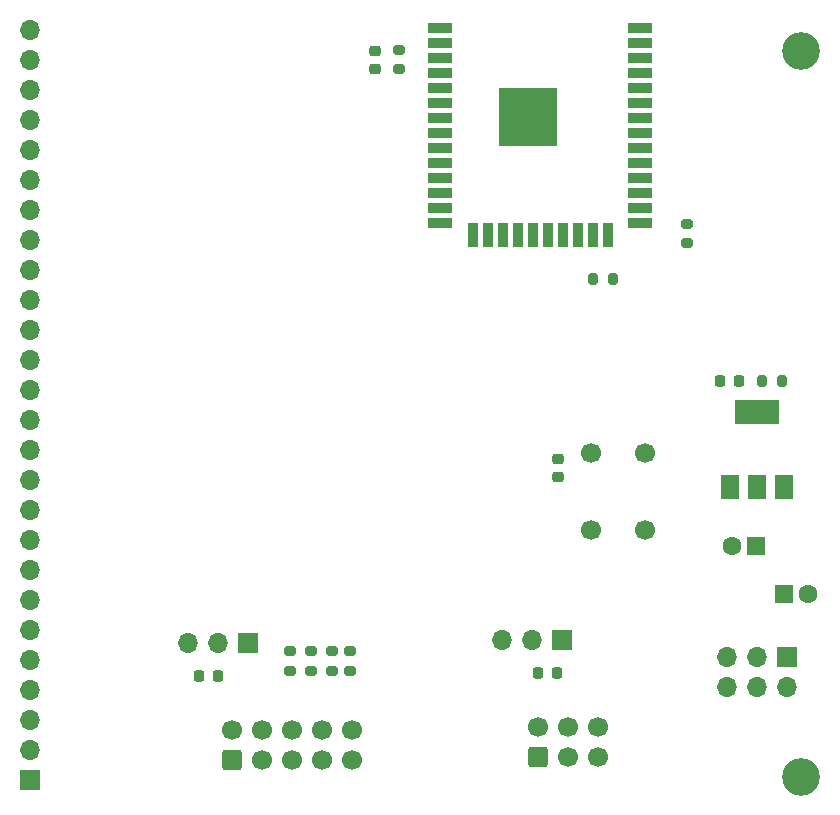
<source format=gbr>
%TF.GenerationSoftware,KiCad,Pcbnew,(6.0.0)*%
%TF.CreationDate,2022-01-04T00:38:11-05:00*%
%TF.ProjectId,esp32 breakout,65737033-3220-4627-9265-616b6f75742e,rev?*%
%TF.SameCoordinates,Original*%
%TF.FileFunction,Soldermask,Top*%
%TF.FilePolarity,Negative*%
%FSLAX46Y46*%
G04 Gerber Fmt 4.6, Leading zero omitted, Abs format (unit mm)*
G04 Created by KiCad (PCBNEW (6.0.0)) date 2022-01-04 00:38:11*
%MOMM*%
%LPD*%
G01*
G04 APERTURE LIST*
G04 Aperture macros list*
%AMRoundRect*
0 Rectangle with rounded corners*
0 $1 Rounding radius*
0 $2 $3 $4 $5 $6 $7 $8 $9 X,Y pos of 4 corners*
0 Add a 4 corners polygon primitive as box body*
4,1,4,$2,$3,$4,$5,$6,$7,$8,$9,$2,$3,0*
0 Add four circle primitives for the rounded corners*
1,1,$1+$1,$2,$3*
1,1,$1+$1,$4,$5*
1,1,$1+$1,$6,$7*
1,1,$1+$1,$8,$9*
0 Add four rect primitives between the rounded corners*
20,1,$1+$1,$2,$3,$4,$5,0*
20,1,$1+$1,$4,$5,$6,$7,0*
20,1,$1+$1,$6,$7,$8,$9,0*
20,1,$1+$1,$8,$9,$2,$3,0*%
G04 Aperture macros list end*
%ADD10RoundRect,0.200000X0.275000X-0.200000X0.275000X0.200000X-0.275000X0.200000X-0.275000X-0.200000X0*%
%ADD11RoundRect,0.225000X0.250000X-0.225000X0.250000X0.225000X-0.250000X0.225000X-0.250000X-0.225000X0*%
%ADD12RoundRect,0.225000X-0.225000X-0.250000X0.225000X-0.250000X0.225000X0.250000X-0.225000X0.250000X0*%
%ADD13R,1.700000X1.700000*%
%ADD14O,1.700000X1.700000*%
%ADD15RoundRect,0.225000X0.225000X0.250000X-0.225000X0.250000X-0.225000X-0.250000X0.225000X-0.250000X0*%
%ADD16RoundRect,0.250000X0.600000X-0.600000X0.600000X0.600000X-0.600000X0.600000X-0.600000X-0.600000X0*%
%ADD17C,1.700000*%
%ADD18C,3.200000*%
%ADD19R,1.600000X1.600000*%
%ADD20C,1.600000*%
%ADD21R,1.500000X2.000000*%
%ADD22R,3.800000X2.000000*%
%ADD23RoundRect,0.200000X-0.275000X0.200000X-0.275000X-0.200000X0.275000X-0.200000X0.275000X0.200000X0*%
%ADD24RoundRect,0.218750X-0.218750X-0.256250X0.218750X-0.256250X0.218750X0.256250X-0.218750X0.256250X0*%
%ADD25RoundRect,0.200000X0.200000X0.275000X-0.200000X0.275000X-0.200000X-0.275000X0.200000X-0.275000X0*%
%ADD26R,2.000000X0.900000*%
%ADD27R,0.900000X2.000000*%
%ADD28R,5.000000X5.000000*%
G04 APERTURE END LIST*
D10*
%TO.C,R6*%
X149733000Y-106870000D03*
X149733000Y-105220000D03*
%TD*%
D11*
%TO.C,C6*%
X168910000Y-90437000D03*
X168910000Y-88887000D03*
%TD*%
D12*
%TO.C,C5*%
X167246000Y-107061000D03*
X168796000Y-107061000D03*
%TD*%
D13*
%TO.C,J1*%
X142621000Y-104521000D03*
D14*
X140081000Y-104521000D03*
X137541000Y-104521000D03*
%TD*%
D15*
%TO.C,C2*%
X140094000Y-107315000D03*
X138544000Y-107315000D03*
%TD*%
D16*
%TO.C,J4*%
X141346000Y-114417500D03*
D17*
X141346000Y-111877500D03*
X143886000Y-114417500D03*
X143886000Y-111877500D03*
X146426000Y-114417500D03*
X146426000Y-111877500D03*
X148966000Y-114417500D03*
X148966000Y-111877500D03*
X151506000Y-114417500D03*
X151506000Y-111877500D03*
%TD*%
D18*
%TO.C,H2*%
X189484000Y-115824000D03*
%TD*%
%TO.C,H1*%
X189484000Y-54356000D03*
%TD*%
D19*
%TO.C,C4*%
X185674000Y-96266000D03*
D20*
X183674000Y-96266000D03*
%TD*%
D13*
%TO.C,J3*%
X188259888Y-105659000D03*
D14*
X188259888Y-108199000D03*
X185719888Y-105659000D03*
X185719888Y-108199000D03*
X183179888Y-105659000D03*
X183179888Y-108199000D03*
%TD*%
D21*
%TO.C,U2*%
X183434888Y-91288000D03*
D22*
X185734888Y-84988000D03*
D21*
X185734888Y-91288000D03*
X188034888Y-91288000D03*
%TD*%
D11*
%TO.C,C1*%
X153416000Y-55893000D03*
X153416000Y-54343000D03*
%TD*%
D19*
%TO.C,C3*%
X188081775Y-100330000D03*
D20*
X190081775Y-100330000D03*
%TD*%
D23*
%TO.C,R1*%
X155448000Y-54293000D03*
X155448000Y-55943000D03*
%TD*%
D24*
%TO.C,D1*%
X182661388Y-82296000D03*
X184236388Y-82296000D03*
%TD*%
D25*
%TO.C,R9*%
X173545000Y-73660000D03*
X171895000Y-73660000D03*
%TD*%
D10*
%TO.C,R3*%
X147955000Y-106870000D03*
X147955000Y-105220000D03*
%TD*%
%TO.C,R2*%
X146177000Y-106870000D03*
X146177000Y-105220000D03*
%TD*%
D16*
%TO.C,J5*%
X167254000Y-114163500D03*
D17*
X167254000Y-111623500D03*
X169794000Y-114163500D03*
X169794000Y-111623500D03*
X172334000Y-114163500D03*
X172334000Y-111623500D03*
%TD*%
D13*
%TO.C,J2*%
X169276000Y-104267000D03*
D14*
X166736000Y-104267000D03*
X164196000Y-104267000D03*
%TD*%
D25*
%TO.C,R4*%
X187829888Y-82296000D03*
X186179888Y-82296000D03*
%TD*%
D26*
%TO.C,U1*%
X158886000Y-52451000D03*
X158886000Y-53721000D03*
X158886000Y-54991000D03*
X158886000Y-56261000D03*
X158886000Y-57531000D03*
X158886000Y-58801000D03*
X158886000Y-60071000D03*
X158886000Y-61341000D03*
X158886000Y-62611000D03*
X158886000Y-63881000D03*
X158886000Y-65151000D03*
X158886000Y-66421000D03*
X158886000Y-67691000D03*
X158886000Y-68961000D03*
D27*
X161671000Y-69961000D03*
X162941000Y-69961000D03*
X164211000Y-69961000D03*
X165481000Y-69961000D03*
X166751000Y-69961000D03*
X168021000Y-69961000D03*
X169291000Y-69961000D03*
X170561000Y-69961000D03*
X171831000Y-69961000D03*
X173101000Y-69961000D03*
D26*
X175886000Y-68961000D03*
X175886000Y-67691000D03*
X175886000Y-66421000D03*
X175886000Y-65151000D03*
X175886000Y-63881000D03*
X175886000Y-62611000D03*
X175886000Y-61341000D03*
X175886000Y-60071000D03*
X175886000Y-58801000D03*
X175886000Y-57531000D03*
X175886000Y-56261000D03*
X175886000Y-54991000D03*
X175886000Y-53721000D03*
X175886000Y-52451000D03*
D28*
X166386000Y-59951000D03*
%TD*%
D10*
%TO.C,R7*%
X151257000Y-106870000D03*
X151257000Y-105220000D03*
%TD*%
%TO.C,R5*%
X179832000Y-70675000D03*
X179832000Y-69025000D03*
%TD*%
D17*
%TO.C,SW1*%
X176240000Y-88444000D03*
X176240000Y-94944000D03*
X171740000Y-88444000D03*
X171740000Y-94944000D03*
%TD*%
D13*
%TO.C,J6*%
X124206000Y-116078000D03*
D14*
X124206000Y-113538000D03*
X124206000Y-110998000D03*
X124206000Y-108458000D03*
X124206000Y-105918000D03*
X124206000Y-103378000D03*
X124206000Y-100838000D03*
X124206000Y-98298000D03*
X124206000Y-95758000D03*
X124206000Y-93218000D03*
X124206000Y-90678000D03*
X124206000Y-88138000D03*
X124206000Y-85598000D03*
X124206000Y-83058000D03*
X124206000Y-80518000D03*
X124206000Y-77978000D03*
X124206000Y-75438000D03*
X124206000Y-72898000D03*
X124206000Y-70358000D03*
X124206000Y-67818000D03*
X124206000Y-65278000D03*
X124206000Y-62738000D03*
X124206000Y-60198000D03*
X124206000Y-57658000D03*
X124206000Y-55118000D03*
X124206000Y-52578000D03*
%TD*%
M02*

</source>
